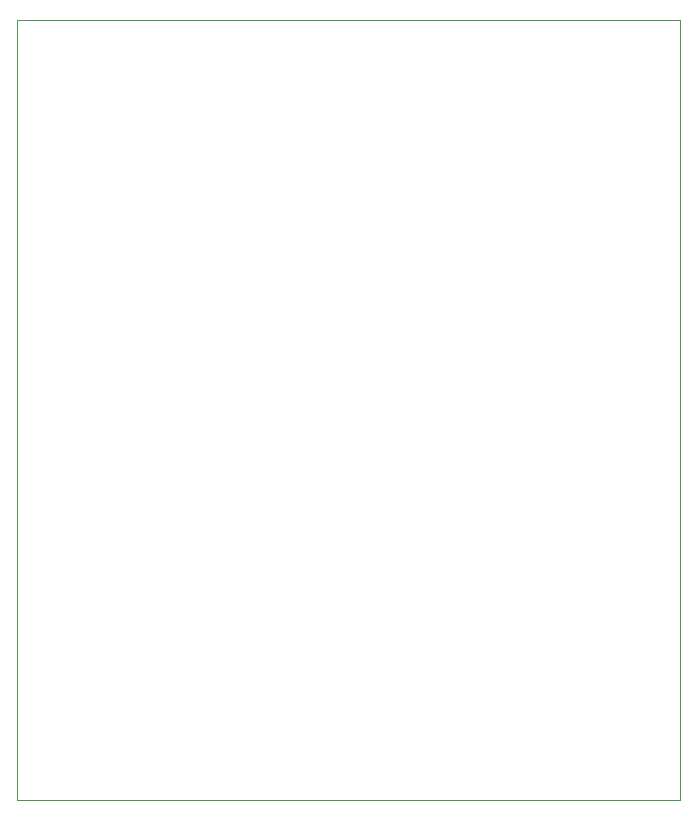
<source format=gbr>
%FSLAX46Y46*%
G04 Gerber Fmt 4.6, Leading zero omitted, Abs format (unit mm)*
G04 Created by KiCad (PCBNEW (2014-09-18 BZR 5141)-product) date Mon 13 Oct 2014 02:33:10 PM EEST*
%MOMM*%
G01*
G04 APERTURE LIST*
%ADD10C,0.150000*%
%ADD11C,0.100000*%
G04 APERTURE END LIST*
D10*
D11*
X89090000Y-67000000D02*
X89090000Y-133000000D01*
X145225000Y-67000000D02*
X89090000Y-67000000D01*
X145225000Y-133000000D02*
X145225000Y-67000000D01*
X89090000Y-133000000D02*
X145225000Y-133000000D01*
M02*

</source>
